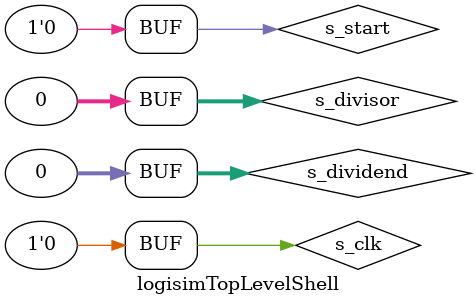
<source format=v>
/******************************************************************************
 ** Logisim-evolution goes FPGA automatic generated Verilog code             **
 ** https://github.com/logisim-evolution/                                    **
 **                                                                          **
 ** Component : logisimTopLevelShell                                         **
 **                                                                          **
 *****************************************************************************/

module logisimTopLevelShell(  );

   /*******************************************************************************
   ** The wires are defined here                                                 **
   *******************************************************************************/
   wire        s_clk;
   wire [31:0] s_dividend;
   wire [31:0] s_divisor;
   wire        s_done;
   wire [31:0] s_quotient;
   wire [31:0] s_remainder;
   wire        s_start;

   /*******************************************************************************
   ** The module functionality is described here                                 **
   *******************************************************************************/

   /*******************************************************************************
   ** All signal adaptations are performed here                                  **
   *******************************************************************************/
   assign s_clk          = 1'b0;
   assign s_dividend[0]  = 1'b0;
   assign s_dividend[10] = 1'b0;
   assign s_dividend[11] = 1'b0;
   assign s_dividend[12] = 1'b0;
   assign s_dividend[13] = 1'b0;
   assign s_dividend[14] = 1'b0;
   assign s_dividend[15] = 1'b0;
   assign s_dividend[16] = 1'b0;
   assign s_dividend[17] = 1'b0;
   assign s_dividend[18] = 1'b0;
   assign s_dividend[19] = 1'b0;
   assign s_dividend[1]  = 1'b0;
   assign s_dividend[20] = 1'b0;
   assign s_dividend[21] = 1'b0;
   assign s_dividend[22] = 1'b0;
   assign s_dividend[23] = 1'b0;
   assign s_dividend[24] = 1'b0;
   assign s_dividend[25] = 1'b0;
   assign s_dividend[26] = 1'b0;
   assign s_dividend[27] = 1'b0;
   assign s_dividend[28] = 1'b0;
   assign s_dividend[29] = 1'b0;
   assign s_dividend[2]  = 1'b0;
   assign s_dividend[30] = 1'b0;
   assign s_dividend[31] = 1'b0;
   assign s_dividend[3]  = 1'b0;
   assign s_dividend[4]  = 1'b0;
   assign s_dividend[5]  = 1'b0;
   assign s_dividend[6]  = 1'b0;
   assign s_dividend[7]  = 1'b0;
   assign s_dividend[8]  = 1'b0;
   assign s_dividend[9]  = 1'b0;
   assign s_divisor[0]   = 1'b0;
   assign s_divisor[10]  = 1'b0;
   assign s_divisor[11]  = 1'b0;
   assign s_divisor[12]  = 1'b0;
   assign s_divisor[13]  = 1'b0;
   assign s_divisor[14]  = 1'b0;
   assign s_divisor[15]  = 1'b0;
   assign s_divisor[16]  = 1'b0;
   assign s_divisor[17]  = 1'b0;
   assign s_divisor[18]  = 1'b0;
   assign s_divisor[19]  = 1'b0;
   assign s_divisor[1]   = 1'b0;
   assign s_divisor[20]  = 1'b0;
   assign s_divisor[21]  = 1'b0;
   assign s_divisor[22]  = 1'b0;
   assign s_divisor[23]  = 1'b0;
   assign s_divisor[24]  = 1'b0;
   assign s_divisor[25]  = 1'b0;
   assign s_divisor[26]  = 1'b0;
   assign s_divisor[27]  = 1'b0;
   assign s_divisor[28]  = 1'b0;
   assign s_divisor[29]  = 1'b0;
   assign s_divisor[2]   = 1'b0;
   assign s_divisor[30]  = 1'b0;
   assign s_divisor[31]  = 1'b0;
   assign s_divisor[3]   = 1'b0;
   assign s_divisor[4]   = 1'b0;
   assign s_divisor[5]   = 1'b0;
   assign s_divisor[6]   = 1'b0;
   assign s_divisor[7]   = 1'b0;
   assign s_divisor[8]   = 1'b0;
   assign s_divisor[9]   = 1'b0;
   assign s_start        = 1'b0;

   /*******************************************************************************
   ** The toplevel component is connected here                                   **
   *******************************************************************************/
   main   CIRCUIT_0 (.clk(s_clk),
                     .dividend(s_dividend),
                     .divisor(s_divisor),
                     .done(s_done),
                     .quotient(s_quotient),
                     .remainder(s_remainder),
                     .start(s_start));
endmodule

</source>
